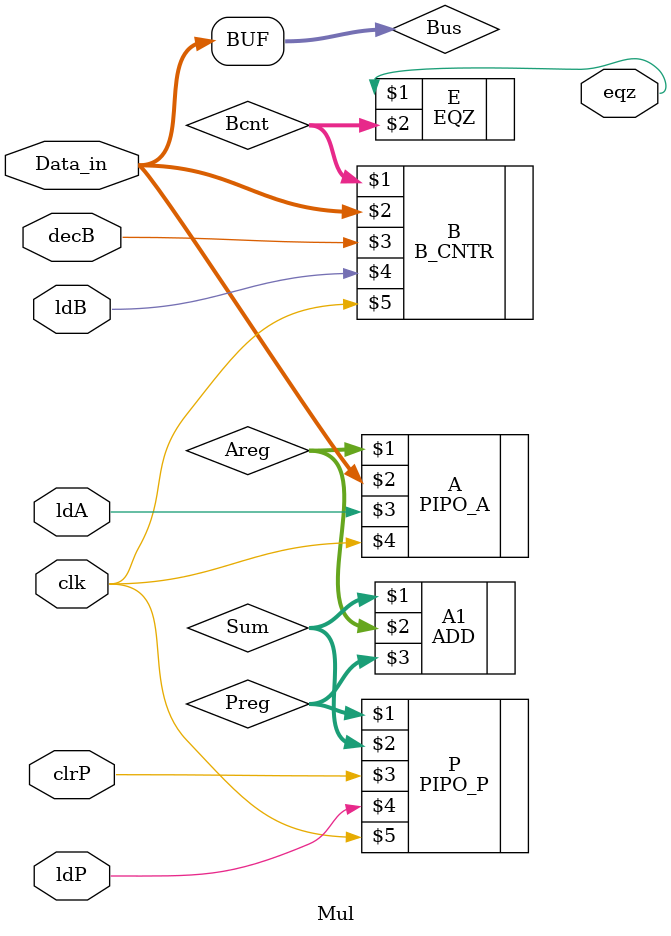
<source format=v>
`timescale 1ns/1ps
module Mul(Data_in,eqz,ldA,ldB,ldP,clrP,decB,clk);
input [15:0]Data_in;
input ldA,ldB,ldP,clrP,decB,clk;
output eqz;
wire [15:0]Areg,Bcnt,Preg,Sum,Bus;

assign Bus = Data_in;

//Load A register
PIPO_A A(Areg,Bus,ldA,clk);
//Load P register
PIPO_P P(Preg,Sum,clrP,ldP,clk);
//Load B register
B_CNTR B(Bcnt,Bus,decB,ldB,clk);
//Adder
ADD A1(Sum,Areg,Preg);
//Comparator module(Equal to Zero)
EQZ E(eqz,Bcnt);

endmodule

</source>
